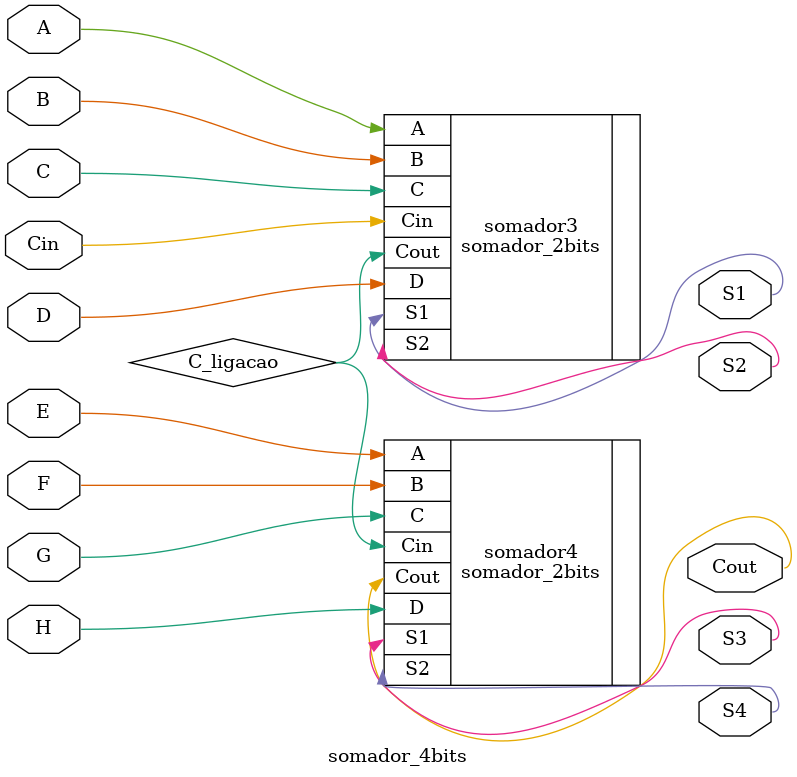
<source format=v>
module somador_4bits(S1, S2, S3, S4, Cout, A, B, C, D, E, F, G, H, Cin);
	input A, B, C, D;
	input E, F, G, H;
	input Cin;
	output S1, S2, S3, S4;
	output Cout;
	
	wire C_conexao;
	
	somador_2bits somador3(
		.A(A),
		.B(B),
		.C(C),
		.D(D),
		.Cin(Cin),
		.S1(S1),
		.S2(S2),
		.Cout(C_ligacao)
	);
	
	somador_2bits somador4(
		.A(E),
		.B(F),
		.C(G),
		.D(H),
		.Cin(C_ligacao),
		.S1(S3),
		.S2(S4),
		.Cout(Cout)
	);
	
endmodule
</source>
